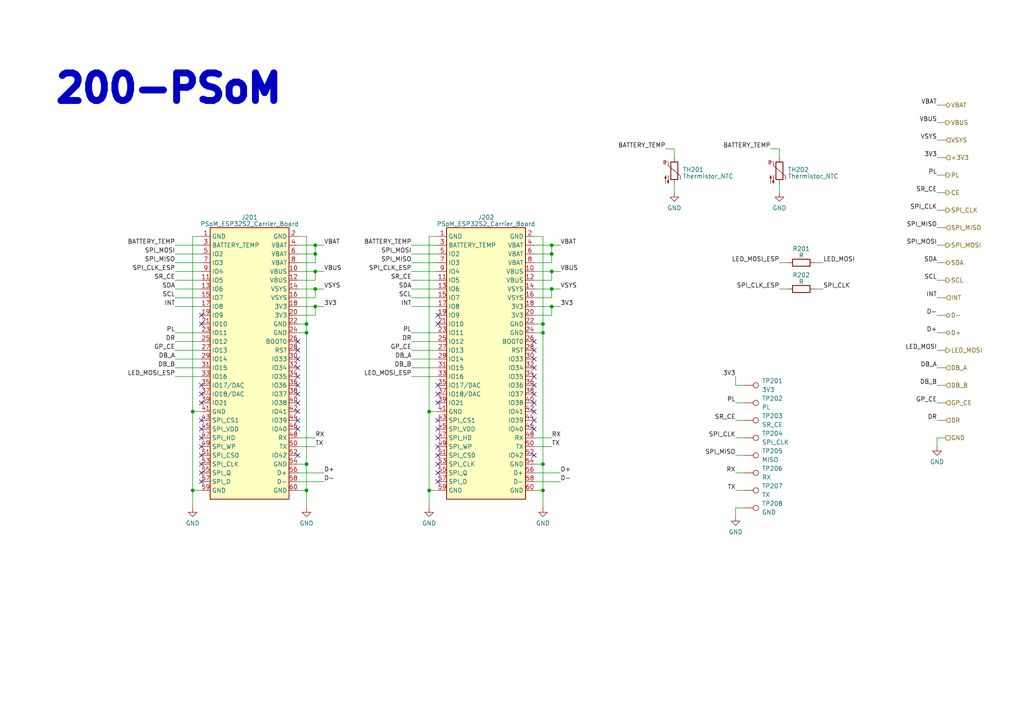
<source format=kicad_sch>
(kicad_sch (version 20231120) (generator "eeschema") (generator_version "8.0")
  (paper "A4")
  (title_block (title "PMK_Keyboard") (date "2024-02-11") (rev "HW01") (company "PumaCorp") (comment 1 "Design by: NdG"))
  (lib_symbols
    (symbol "Component_lib:NTCS0402E3473GXT" (pin_numbers hide) (pin_names (offset 0))
      (property "Reference" "TH" (at -4.445 1.27 90))
      (property "Value" "Thermistor_NTC" (at 3.175 1.27 90))
      (symbol "NTCS0402E3473GXT_0_1"
        (arc (start -3.048 3.429) (mid -3.0505 3.5865) (end -3.175 3.683))
        (arc (start -3.048 3.429) (mid -2.9736 3.2494) (end -2.794 3.175))
        (arc (start -3.048 4.064) (mid -2.9736 3.8844) (end -2.794 3.81))
        (arc (start -2.794 3.175) (mid -2.6144 3.2494) (end -2.54 3.429))
        (arc (start -2.794 3.81) (mid -2.434 3.8308) (end -2.159 4.064))
        (arc (start -2.794 4.318) (mid -2.9736 4.2436) (end -3.048 4.064))
        (arc (start -2.54 4.064) (mid -2.6144 4.2436) (end -2.794 4.318))
        (rectangle (start -1.016 3.81) (end 1.016 -1.27) (stroke (width 0.254)))
        (polyline (pts (xy -2.54 3.429) (xy -2.54 4.064)))
        (polyline (pts (xy -1.778 3.81) (xy -1.778 2.794) (xy 1.778 -0.254) (xy 1.778 -1.27)))
        (polyline (pts (xy -2.54 -2.413) (xy -2.54 -0.127) (xy -2.794 -0.889) (xy -2.286 -0.889) (xy -2.54 -0.127) (xy -2.54 -0.381)) (fill (type outline)))
        (polyline (pts (xy -1.778 -0.127) (xy -1.778 -2.413) (xy -2.032 -1.651) (xy -1.524 -1.651) (xy -1.778 -2.413) (xy -1.778 -2.159)) (fill (type outline)))
      )
      (symbol "NTCS0402E3473GXT_1_1"
        (pin passive line (at 0 5.08 270) (length 1.27) (name "~") (number "1"))
        (pin passive line (at 0 -2.54 90) (length 1.27) (name "~") (number "2"))
      )
    )
    (symbol "Component_lib:PSoM_ESP32S2_Carrier_Board"
      (property "Reference" "J" (at 5.08 7.62 0))
      (property "Value" "PSoM_ESP32S2_Carrier_Board" (at 15.24 5.08 0))
      (symbol "PSoM_ESP32S2_Carrier_Board_1_1"
        (rectangle (start 2.54 2.54) (end 25.4 -76.2) (stroke (width 0.254)) (fill (type background)))
        (pin passive line (at 0 0 0) (length 2.54) (name "GND") (number "1"))
        (pin passive line (at 27.94 -10.16 180) (length 2.54) (name "VBUS") (number "10"))
        (pin passive line (at 0 -12.7 0) (length 2.54) (name "IO5") (number "11"))
        (pin passive line (at 27.94 -12.7 180) (length 2.54) (name "VBUS") (number "12"))
        (pin passive line (at 0 -15.24 0) (length 2.54) (name "IO6") (number "13"))
        (pin passive line (at 27.94 -15.24 180) (length 2.54) (name "VSYS") (number "14"))
        (pin passive line (at 0 -17.78 0) (length 2.54) (name "IO7") (number "15"))
        (pin passive line (at 27.94 -17.78 180) (length 2.54) (name "VSYS") (number "16"))
        (pin passive line (at 0 -20.32 0) (length 2.54) (name "IO8") (number "17"))
        (pin passive line (at 27.94 -20.32 180) (length 2.54) (name "3V3") (number "18"))
        (pin passive line (at 0 -22.86 0) (length 2.54) (name "IO9") (number "19"))
        (pin passive line (at 27.94 0 180) (length 2.54) (name "GND") (number "2"))
        (pin passive line (at 27.94 -22.86 180) (length 2.54) (name "3V3") (number "20"))
        (pin passive line (at 0 -25.4 0) (length 2.54) (name "IO10") (number "21"))
        (pin passive line (at 27.94 -25.4 180) (length 2.54) (name "GND") (number "22"))
        (pin passive line (at 0 -27.94 0) (length 2.54) (name "IO11") (number "23"))
        (pin passive line (at 27.94 -27.94 180) (length 2.54) (name "GND") (number "24"))
        (pin passive line (at 0 -30.48 0) (length 2.54) (name "IO12") (number "25"))
        (pin passive line (at 27.94 -30.48 180) (length 2.54) (name "BOOT0") (number "26"))
        (pin passive line (at 0 -33.02 0) (length 2.54) (name "IO13") (number "27"))
        (pin passive line (at 27.94 -33.02 180) (length 2.54) (name "RST") (number "28"))
        (pin passive line (at 0 -35.56 0) (length 2.54) (name "IO14") (number "29"))
        (pin passive line (at 0 -2.54 0) (length 2.54) (name "BATTERY_TEMP") (number "3"))
        (pin passive line (at 27.94 -35.56 180) (length 2.54) (name "IO33") (number "30"))
        (pin passive line (at 0 -38.1 0) (length 2.54) (name "IO15") (number "31"))
        (pin passive line (at 27.94 -38.1 180) (length 2.54) (name "IO34") (number "32"))
        (pin passive line (at 0 -40.64 0) (length 2.54) (name "IO16") (number "33"))
        (pin passive line (at 27.94 -40.64 180) (length 2.54) (name "IO35") (number "34"))
        (pin passive line (at 0 -43.18 0) (length 2.54) (name "IO17/DAC") (number "35"))
        (pin passive line (at 27.94 -43.18 180) (length 2.54) (name "IO36") (number "36"))
        (pin passive line (at 0 -45.72 0) (length 2.54) (name "IO18/DAC") (number "37"))
        (pin passive line (at 27.94 -45.72 180) (length 2.54) (name "IO37") (number "38"))
        (pin passive line (at 0 -48.26 0) (length 2.54) (name "IO21") (number "39"))
        (pin passive line (at 27.94 -2.54 180) (length 2.54) (name "VBAT") (number "4"))
        (pin passive line (at 27.94 -48.26 180) (length 2.54) (name "IO38") (number "40"))
        (pin passive line (at 0 -50.8 0) (length 2.54) (name "GND") (number "41"))
        (pin passive line (at 27.94 -50.8 180) (length 2.54) (name "IO41") (number "42"))
        (pin passive line (at 0 -53.34 0) (length 2.54) (name "SPI_CS1") (number "43"))
        (pin passive line (at 27.94 -53.34 180) (length 2.54) (name "IO39") (number "44"))
        (pin passive line (at 0 -55.88 0) (length 2.54) (name "SPI_VDD") (number "45"))
        (pin passive line (at 27.94 -55.88 180) (length 2.54) (name "IO40") (number "46"))
        (pin passive line (at 0 -58.42 0) (length 2.54) (name "SPI_HD") (number "47"))
        (pin passive line (at 27.94 -58.42 180) (length 2.54) (name "RX") (number "48"))
        (pin passive line (at 0 -60.96 0) (length 2.54) (name "SPI_WP") (number "49"))
        (pin passive line (at 0 -5.08 0) (length 2.54) (name "IO2") (number "5"))
        (pin passive line (at 27.94 -60.96 180) (length 2.54) (name "TX") (number "50"))
        (pin passive line (at 0 -63.5 0) (length 2.54) (name "SPI_CS0") (number "51"))
        (pin passive line (at 27.94 -63.5 180) (length 2.54) (name "IO42") (number "52"))
        (pin passive line (at 0 -66.04 0) (length 2.54) (name "SPI_CLK") (number "53"))
        (pin passive line (at 27.94 -66.04 180) (length 2.54) (name "GND") (number "54"))
        (pin passive line (at 0 -68.58 0) (length 2.54) (name "SPI_Q") (number "55"))
        (pin passive line (at 27.94 -68.58 180) (length 2.54) (name "D+") (number "56"))
        (pin passive line (at 0 -71.12 0) (length 2.54) (name "SPI_D") (number "57"))
        (pin passive line (at 27.94 -71.12 180) (length 2.54) (name "D-") (number "58"))
        (pin passive line (at 0 -73.66 0) (length 2.54) (name "GND") (number "59"))
        (pin passive line (at 27.94 -5.08 180) (length 2.54) (name "VBAT") (number "6"))
        (pin passive line (at 27.94 -73.66 180) (length 2.54) (name "GND") (number "60"))
        (pin passive line (at 0 -7.62 0) (length 2.54) (name "IO3") (number "7"))
        (pin passive line (at 27.94 -7.62 180) (length 2.54) (name "VBAT") (number "8"))
        (pin passive line (at 0 -10.16 0) (length 2.54) (name "IO4") (number "9"))
      )
    )
    (symbol "Component_lib:R" (pin_numbers hide) (pin_names (offset 0))
      (property "Reference" "R" (at 2.032 -3.81 90))
      (property "Value" "R" (at 0 -3.81 90))
      (symbol "R_0_1"
        (rectangle (start -1.016 -6.35) (end 1.016 -1.27) (stroke (width 0.254)))
      )
      (symbol "R_1_1"
        (pin passive line (at 0 0 270) (length 1.27) (name "~") (number "1"))
        (pin passive line (at 0 -7.62 90) (length 1.27) (name "~") (number "2"))
      )
    )
    (symbol "Connector:TestPoint" (pin_numbers hide) (pin_names (offset 0.762) hide)
      (property "Reference" "TP" (at 0 6.858 0))
      (property "Value" "TestPoint" (at 0 5.08 0))
      (symbol "TestPoint_0_1"
        (circle (center 0 3.302) (radius 0.762))
      )
      (symbol "TestPoint_1_1"
        (pin passive line (at 0 0 90) (length 2.54) (name "1") (number "1"))
      )
    )
    (symbol "power:GND" (power) (pin_names (offset 0))
      (property "Value" "GND" (at 0 -3.81 0))
      (symbol "GND_0_1"
        (polyline (pts (xy 0 0) (xy 0 -1.27) (xy 1.27 -1.27) (xy 0 -2.54) (xy -1.27 -1.27) (xy 0 -1.27)))
      )
      (symbol "GND_1_1"
        (pin power_in line (at 0 0 270) (length 0) hide (name "GND") (number "1"))
      )
    )
  )
  (junction (at 88.9 142.24))
  (junction (at 160.02 73.66))
  (junction (at 88.9 134.62))
  (junction (at 160.02 71.12))
  (junction (at 91.44 78.74))
  (junction (at 160.02 88.9))
  (junction (at 88.9 93.98))
  (junction (at 91.44 71.12))
  (junction (at 160.02 78.74))
  (junction (at 124.46 119.38))
  (junction (at 55.88 119.38))
  (junction (at 91.44 83.82))
  (junction (at 124.46 142.24))
  (junction (at 88.9 96.52))
  (junction (at 157.48 134.62))
  (junction (at 157.48 93.98))
  (junction (at 157.48 96.52))
  (junction (at 160.02 83.82))
  (junction (at 91.44 88.9))
  (junction (at 55.88 142.24))
  (junction (at 91.44 73.66))
  (junction (at 157.48 142.24))
  (no_connect (at 154.94 111.76))
  (no_connect (at 127 137.16))
  (no_connect (at 154.94 119.38))
  (no_connect (at 86.36 101.6))
  (no_connect (at 58.42 132.08))
  (no_connect (at 127 134.62))
  (no_connect (at 58.42 121.92))
  (no_connect (at 154.94 114.3))
  (no_connect (at 154.94 99.06))
  (no_connect (at 127 124.46))
  (no_connect (at 86.36 106.68))
  (no_connect (at 154.94 109.22))
  (no_connect (at 58.42 127))
  (no_connect (at 127 139.7))
  (no_connect (at 58.42 139.7))
  (no_connect (at 86.36 124.46))
  (no_connect (at 58.42 134.62))
  (no_connect (at 127 121.92))
  (no_connect (at 86.36 119.38))
  (no_connect (at 127 114.3))
  (no_connect (at 154.94 101.6))
  (no_connect (at 154.94 116.84))
  (no_connect (at 86.36 116.84))
  (no_connect (at 58.42 137.16))
  (no_connect (at 58.42 129.54))
  (no_connect (at 127 132.08))
  (no_connect (at 58.42 91.44))
  (no_connect (at 86.36 109.22))
  (no_connect (at 86.36 114.3))
  (no_connect (at 127 116.84))
  (no_connect (at 58.42 116.84))
  (no_connect (at 86.36 111.76))
  (no_connect (at 154.94 121.92))
  (no_connect (at 86.36 132.08))
  (no_connect (at 58.42 124.46))
  (no_connect (at 127 127))
  (no_connect (at 127 111.76))
  (no_connect (at 154.94 124.46))
  (no_connect (at 58.42 114.3))
  (no_connect (at 154.94 132.08))
  (no_connect (at 127 91.44))
  (no_connect (at 86.36 99.06))
  (no_connect (at 58.42 93.98))
  (no_connect (at 58.42 111.76))
  (no_connect (at 86.36 104.14))
  (no_connect (at 154.94 106.68))
  (no_connect (at 127 93.98))
  (no_connect (at 86.36 121.92))
  (no_connect (at 127 129.54))
  (no_connect (at 154.94 104.14))
  (wire (pts (xy 119.38 83.82) (xy 127 83.82)))
  (wire (pts (xy 226.06 76.2) (xy 228.6 76.2)))
  (wire (pts (xy 91.44 71.12) (xy 93.98 71.12)))
  (wire (pts (xy 119.38 101.6) (xy 127 101.6)))
  (wire (pts (xy 271.78 45.72) (xy 274.32 45.72)))
  (wire (pts (xy 55.88 68.58) (xy 55.88 119.38)))
  (wire (pts (xy 50.8 99.06) (xy 58.42 99.06)))
  (wire (pts (xy 86.36 134.62) (xy 88.9 134.62)))
  (wire (pts (xy 50.8 71.12) (xy 58.42 71.12)))
  (wire (pts (xy 86.36 91.44) (xy 91.44 91.44)))
  (wire (pts (xy 193.04 43.18) (xy 195.58 43.18)))
  (wire (pts (xy 86.36 83.82) (xy 91.44 83.82)))
  (wire (pts (xy 213.36 137.16) (xy 215.9 137.16)))
  (wire (pts (xy 271.78 66.04) (xy 274.32 66.04)))
  (wire (pts (xy 91.44 73.66) (xy 91.44 71.12)))
  (wire (pts (xy 154.94 129.54) (xy 160.02 129.54)))
  (wire (pts (xy 160.02 88.9) (xy 162.56 88.9)))
  (wire (pts (xy 50.8 104.14) (xy 58.42 104.14)))
  (wire (pts (xy 91.44 78.74) (xy 93.98 78.74)))
  (wire (pts (xy 213.36 149.86) (xy 213.36 147.32)))
  (wire (pts (xy 119.38 71.12) (xy 127 71.12)))
  (wire (pts (xy 154.94 134.62) (xy 157.48 134.62)))
  (wire (pts (xy 157.48 147.32) (xy 157.48 142.24)))
  (wire (pts (xy 154.94 137.16) (xy 162.56 137.16)))
  (wire (pts (xy 154.94 73.66) (xy 160.02 73.66)))
  (wire (pts (xy 157.48 96.52) (xy 154.94 96.52)))
  (wire (pts (xy 154.94 91.44) (xy 160.02 91.44)))
  (wire (pts (xy 127 68.58) (xy 124.46 68.58)))
  (wire (pts (xy 154.94 93.98) (xy 157.48 93.98)))
  (wire (pts (xy 160.02 86.36) (xy 160.02 83.82)))
  (wire (pts (xy 119.38 96.52) (xy 127 96.52)))
  (wire (pts (xy 91.44 83.82) (xy 93.98 83.82)))
  (wire (pts (xy 271.78 106.68) (xy 274.32 106.68)))
  (wire (pts (xy 223.52 43.18) (xy 226.06 43.18)))
  (wire (pts (xy 119.38 109.22) (xy 127 109.22)))
  (wire (pts (xy 226.06 83.82) (xy 228.6 83.82)))
  (wire (pts (xy 213.36 127) (xy 215.9 127)))
  (wire (pts (xy 124.46 68.58) (xy 124.46 119.38)))
  (wire (pts (xy 213.36 121.92) (xy 215.9 121.92)))
  (wire (pts (xy 86.36 127) (xy 91.44 127)))
  (wire (pts (xy 154.94 71.12) (xy 160.02 71.12)))
  (wire (pts (xy 88.9 147.32) (xy 88.9 142.24)))
  (wire (pts (xy 157.48 68.58) (xy 157.48 93.98)))
  (wire (pts (xy 91.44 91.44) (xy 91.44 88.9)))
  (wire (pts (xy 124.46 119.38) (xy 124.46 142.24)))
  (wire (pts (xy 86.36 139.7) (xy 93.98 139.7)))
  (wire (pts (xy 213.36 147.32) (xy 215.9 147.32)))
  (wire (pts (xy 271.78 121.92) (xy 274.32 121.92)))
  (wire (pts (xy 271.78 111.76) (xy 274.32 111.76)))
  (wire (pts (xy 154.94 68.58) (xy 157.48 68.58)))
  (wire (pts (xy 271.78 35.56) (xy 274.32 35.56)))
  (wire (pts (xy 50.8 96.52) (xy 58.42 96.52)))
  (wire (pts (xy 124.46 142.24) (xy 127 142.24)))
  (wire (pts (xy 50.8 88.9) (xy 58.42 88.9)))
  (wire (pts (xy 88.9 142.24) (xy 86.36 142.24)))
  (wire (pts (xy 160.02 73.66) (xy 160.02 71.12)))
  (wire (pts (xy 271.78 81.28) (xy 274.32 81.28)))
  (wire (pts (xy 195.58 43.18) (xy 195.58 45.72)))
  (wire (pts (xy 157.48 142.24) (xy 154.94 142.24)))
  (wire (pts (xy 55.88 119.38) (xy 55.88 142.24)))
  (wire (pts (xy 271.78 129.54) (xy 271.78 127)))
  (wire (pts (xy 271.78 50.8) (xy 274.32 50.8)))
  (wire (pts (xy 119.38 99.06) (xy 127 99.06)))
  (wire (pts (xy 271.78 96.52) (xy 274.32 96.52)))
  (wire (pts (xy 236.22 83.82) (xy 238.76 83.82)))
  (wire (pts (xy 55.88 147.32) (xy 55.88 142.24)))
  (wire (pts (xy 271.78 30.48) (xy 274.32 30.48)))
  (wire (pts (xy 86.36 78.74) (xy 91.44 78.74)))
  (wire (pts (xy 226.06 43.18) (xy 226.06 45.72)))
  (wire (pts (xy 50.8 73.66) (xy 58.42 73.66)))
  (wire (pts (xy 119.38 78.74) (xy 127 78.74)))
  (wire (pts (xy 213.36 132.08) (xy 215.9 132.08)))
  (wire (pts (xy 119.38 106.68) (xy 127 106.68)))
  (wire (pts (xy 50.8 81.28) (xy 58.42 81.28)))
  (wire (pts (xy 271.78 76.2) (xy 274.32 76.2)))
  (wire (pts (xy 50.8 78.74) (xy 58.42 78.74)))
  (wire (pts (xy 88.9 93.98) (xy 88.9 96.52)))
  (wire (pts (xy 160.02 81.28) (xy 160.02 78.74)))
  (wire (pts (xy 119.38 88.9) (xy 127 88.9)))
  (wire (pts (xy 271.78 60.96) (xy 274.32 60.96)))
  (wire (pts (xy 154.94 127) (xy 160.02 127)))
  (wire (pts (xy 88.9 134.62) (xy 88.9 96.52)))
  (wire (pts (xy 88.9 68.58) (xy 88.9 93.98)))
  (wire (pts (xy 91.44 86.36) (xy 91.44 83.82)))
  (wire (pts (xy 271.78 86.36) (xy 274.32 86.36)))
  (wire (pts (xy 160.02 71.12) (xy 162.56 71.12)))
  (wire (pts (xy 160.02 83.82) (xy 162.56 83.82)))
  (wire (pts (xy 213.36 111.76) (xy 215.9 111.76)))
  (wire (pts (xy 271.78 116.84) (xy 274.32 116.84)))
  (wire (pts (xy 50.8 83.82) (xy 58.42 83.82)))
  (wire (pts (xy 88.9 96.52) (xy 86.36 96.52)))
  (wire (pts (xy 86.36 129.54) (xy 91.44 129.54)))
  (wire (pts (xy 157.48 134.62) (xy 157.48 142.24)))
  (wire (pts (xy 160.02 91.44) (xy 160.02 88.9)))
  (wire (pts (xy 213.36 142.24) (xy 215.9 142.24)))
  (wire (pts (xy 50.8 101.6) (xy 58.42 101.6)))
  (wire (pts (xy 119.38 73.66) (xy 127 73.66)))
  (wire (pts (xy 50.8 76.2) (xy 58.42 76.2)))
  (wire (pts (xy 86.36 68.58) (xy 88.9 68.58)))
  (wire (pts (xy 58.42 68.58) (xy 55.88 68.58)))
  (wire (pts (xy 86.36 73.66) (xy 91.44 73.66)))
  (wire (pts (xy 86.36 93.98) (xy 88.9 93.98)))
  (wire (pts (xy 160.02 78.74) (xy 162.56 78.74)))
  (wire (pts (xy 271.78 127) (xy 274.32 127)))
  (wire (pts (xy 88.9 134.62) (xy 88.9 142.24)))
  (wire (pts (xy 271.78 101.6) (xy 274.32 101.6)))
  (wire (pts (xy 157.48 134.62) (xy 157.48 96.52)))
  (wire (pts (xy 154.94 81.28) (xy 160.02 81.28)))
  (wire (pts (xy 86.36 88.9) (xy 91.44 88.9)))
  (wire (pts (xy 124.46 147.32) (xy 124.46 142.24)))
  (wire (pts (xy 271.78 40.64) (xy 274.32 40.64)))
  (wire (pts (xy 154.94 78.74) (xy 160.02 78.74)))
  (wire (pts (xy 86.36 137.16) (xy 93.98 137.16)))
  (wire (pts (xy 55.88 142.24) (xy 58.42 142.24)))
  (wire (pts (xy 91.44 81.28) (xy 91.44 78.74)))
  (wire (pts (xy 86.36 81.28) (xy 91.44 81.28)))
  (wire (pts (xy 119.38 81.28) (xy 127 81.28)))
  (wire (pts (xy 50.8 106.68) (xy 58.42 106.68)))
  (wire (pts (xy 236.22 76.2) (xy 238.76 76.2)))
  (wire (pts (xy 271.78 71.12) (xy 274.32 71.12)))
  (wire (pts (xy 154.94 139.7) (xy 162.56 139.7)))
  (wire (pts (xy 154.94 86.36) (xy 160.02 86.36)))
  (wire (pts (xy 119.38 86.36) (xy 127 86.36)))
  (wire (pts (xy 119.38 76.2) (xy 127 76.2)))
  (wire (pts (xy 86.36 86.36) (xy 91.44 86.36)))
  (wire (pts (xy 50.8 86.36) (xy 58.42 86.36)))
  (wire (pts (xy 50.8 109.22) (xy 58.42 109.22)))
  (wire (pts (xy 86.36 71.12) (xy 91.44 71.12)))
  (wire (pts (xy 91.44 76.2) (xy 86.36 76.2)))
  (wire (pts (xy 226.06 53.34) (xy 226.06 55.88)))
  (wire (pts (xy 195.58 53.34) (xy 195.58 55.88)))
  (wire (pts (xy 154.94 88.9) (xy 160.02 88.9)))
  (wire (pts (xy 119.38 104.14) (xy 127 104.14)))
  (wire (pts (xy 213.36 109.22) (xy 213.36 111.76)))
  (wire (pts (xy 271.78 91.44) (xy 274.32 91.44)))
  (wire (pts (xy 213.36 116.84) (xy 215.9 116.84)))
  (wire (pts (xy 160.02 76.2) (xy 154.94 76.2)))
  (wire (pts (xy 127 119.38) (xy 124.46 119.38)))
  (wire (pts (xy 154.94 83.82) (xy 160.02 83.82)))
  (wire (pts (xy 91.44 88.9) (xy 93.98 88.9)))
  (wire (pts (xy 91.44 73.66) (xy 91.44 76.2)))
  (wire (pts (xy 160.02 73.66) (xy 160.02 76.2)))
  (wire (pts (xy 271.78 55.88) (xy 274.32 55.88)))
  (wire (pts (xy 157.48 93.98) (xy 157.48 96.52)))
  (wire (pts (xy 58.42 119.38) (xy 55.88 119.38)))
  (text "200-PSoM\n" (at 15.24 30.48 0) (effects (font (size 8 8) (thickness 3) (bold yes)) (justify left bottom)))
  (label "SCL" (at 50.8 86.36 180))
  (label "TX" (at 91.44 129.54 0))
  (label "VBUS" (at 271.78 35.56 180))
  (label "GP_CE" (at 119.38 101.6 180))
  (label "VBAT" (at 162.56 71.12 0))
  (label "LED_MOSI_ESP" (at 119.38 109.22 180))
  (label "PL" (at 271.78 50.8 180))
  (label "PL" (at 119.38 96.52 180))
  (label "BATTERY_TEMP" (at 193.04 43.18 180))
  (label "VSYS" (at 162.56 83.82 0))
  (label "BATTERY_TEMP" (at 50.8 71.12 180))
  (label "3V3" (at 93.98 88.9 0))
  (label "SPI_CLK" (at 213.36 127 180))
  (label "GP_CE" (at 50.8 101.6 180))
  (label "VSYS" (at 93.98 83.82 0))
  (label "DB_A" (at 271.78 106.68 180))
  (label "SDA" (at 271.78 76.2 180))
  (label "SPI_CLK_ESP" (at 226.06 83.82 180))
  (label "SDA" (at 50.8 83.82 180))
  (label "SCL" (at 119.38 86.36 180))
  (label "TX" (at 213.36 142.24 180))
  (label "DB_B" (at 119.38 106.68 180))
  (label "3V3" (at 213.36 109.22 180))
  (label "D+" (at 271.78 96.52 180))
  (label "VBAT" (at 271.78 30.48 180))
  (label "SCL" (at 271.78 81.28 180))
  (label "BATTERY_TEMP" (at 119.38 71.12 180))
  (label "SDA" (at 119.38 83.82 180))
  (label "SPI_MISO" (at 119.38 76.2 180))
  (label "SPI_MISO" (at 213.36 132.08 180))
  (label "SPI_CLK" (at 238.76 83.82 0))
  (label "INT" (at 50.8 88.9 180))
  (label "DB_B" (at 271.78 111.76 180))
  (label "RX" (at 91.44 127 0))
  (label "VBAT" (at 93.98 71.12 0))
  (label "VBUS" (at 93.98 78.74 0))
  (label "SPI_CLK_ESP" (at 119.38 78.74 180))
  (label "RX" (at 213.36 137.16 180))
  (label "PL" (at 213.36 116.84 180))
  (label "SPI_MISO" (at 50.8 76.2 180))
  (label "D-" (at 162.56 139.7 0))
  (label "3V3" (at 271.78 45.72 180))
  (label "VBUS" (at 162.56 78.74 0))
  (label "VSYS" (at 271.78 40.64 180))
  (label "INT" (at 271.78 86.36 180))
  (label "D+" (at 162.56 137.16 0))
  (label "DB_B" (at 50.8 106.68 180))
  (label "SPI_MOSI" (at 271.78 71.12 180))
  (label "TX" (at 160.02 129.54 0))
  (label "D-" (at 271.78 91.44 180))
  (label "LED_MOSI" (at 271.78 101.6 180))
  (label "DR" (at 50.8 99.06 180))
  (label "D+" (at 93.98 137.16 0))
  (label "SR_CE" (at 213.36 121.92 180))
  (label "DB_A" (at 50.8 104.14 180))
  (label "DR" (at 119.38 99.06 180))
  (label "SPI_MOSI" (at 119.38 73.66 180))
  (label "D-" (at 93.98 139.7 0))
  (label "GP_CE" (at 271.78 116.84 180))
  (label "RX" (at 160.02 127 0))
  (label "SPI_MISO" (at 271.78 66.04 180))
  (label "SR_CE" (at 271.78 55.88 180))
  (label "PL" (at 50.8 96.52 180))
  (label "INT" (at 119.38 88.9 180))
  (label "BATTERY_TEMP" (at 223.52 43.18 180))
  (label "3V3" (at 162.56 88.9 0))
  (label "LED_MOSI_ESP" (at 50.8 109.22 180))
  (label "DB_A" (at 119.38 104.14 180))
  (label "LED_MOSI" (at 238.76 76.2 0))
  (label "DR" (at 271.78 121.92 180))
  (label "LED_MOSI_ESP" (at 226.06 76.2 180))
  (label "SPI_MOSI" (at 50.8 73.66 180))
  (label "SR_CE" (at 50.8 81.28 180))
  (label "SR_CE" (at 119.38 81.28 180))
  (label "SPI_CLK" (at 271.78 60.96 180))
  (label "SPI_CLK_ESP" (at 50.8 78.74 180))
  (hierarchical_label "VBAT" (shape bidirectional) (at 274.32 30.48 0))
  (hierarchical_label "DB_B" (shape input) (at 274.32 111.76 0))
  (hierarchical_label "INT" (shape input) (at 274.32 86.36 0))
  (hierarchical_label "LED_MOSI" (shape output) (at 274.32 101.6 0))
  (hierarchical_label "D+" (shape bidirectional) (at 274.32 96.52 0))
  (hierarchical_label "PL" (shape output) (at 274.32 50.8 0))
  (hierarchical_label "DR" (shape input) (at 274.32 121.92 0))
  (hierarchical_label "CE" (shape output) (at 274.32 55.88 0))
  (hierarchical_label "GND" (shape passive) (at 274.32 127 0))
  (hierarchical_label "SPI_CLK" (shape output) (at 274.32 60.96 0))
  (hierarchical_label "SPI_MISO" (shape input) (at 274.32 66.04 0))
  (hierarchical_label "SDA" (shape bidirectional) (at 274.32 76.2 0))
  (hierarchical_label "DB_A" (shape input) (at 274.32 106.68 0))
  (hierarchical_label "+3V3" (shape input) (at 274.32 45.72 0))
  (hierarchical_label "GP_CE" (shape input) (at 274.32 116.84 0))
  (hierarchical_label "VBUS" (shape output) (at 274.32 35.56 0))
  (hierarchical_label "SPI_MOSI" (shape output) (at 274.32 71.12 0))
  (hierarchical_label "D-" (shape bidirectional) (at 274.32 91.44 0))
  (hierarchical_label "VSYS" (shape input) (at 274.32 40.64 0))
  (hierarchical_label "SCL" (shape output) (at 274.32 81.28 0))
  (symbol (lib_id "Connector:TestPoint") (at 215.9 116.84 270) (unit 1)
    (property "Reference" "TP202" (at 220.98 115.5699 90) (effects (justify left)))
    (property "Value" "PL" (at 220.98 118.1099 90) (effects (justify left)))
    (property "Footprint" "TestPoint:TestPoint_Pad_D1.5mm" (effects (hide yes)))
  )
  (symbol (lib_id "Connector:TestPoint") (at 215.9 147.32 270) (unit 1)
    (property "Reference" "TP208" (at 220.98 146.0499 90) (effects (justify left)))
    (property "Value" "GND" (at 220.98 148.5899 90) (effects (justify left)))
    (property "Footprint" "TestPoint:TestPoint_Pad_D1.5mm" (effects (hide yes)))
  )
  (symbol (lib_id "power:GND") (at 213.36 149.86 0) (unit 1)
    (property "Reference" "#PWR0204" (effects (hide yes)))
    (property "Value" "GND" (at 213.36 154.3034 0))
  )
  (symbol (lib_id "power:GND") (at 55.88 147.32 0) (unit 1)
    (property "Reference" "#PWR0205" (effects (hide yes)))
    (property "Value" "GND" (at 55.88 151.7634 0))
  )
  (symbol (lib_id "Connector:TestPoint") (at 215.9 111.76 270) (unit 1)
    (property "Reference" "TP201" (at 220.98 110.4899 90) (effects (justify left)))
    (property "Value" "3V3" (at 220.98 113.0299 90) (effects (justify left)))
    (property "Footprint" "TestPoint:TestPoint_Pad_D1.5mm" (effects (hide yes)))
  )
  (symbol (lib_id "power:GND") (at 124.46 147.32 0) (unit 1)
    (property "Reference" "#PWR0207" (effects (hide yes)))
    (property "Value" "GND" (at 124.46 151.7634 0))
  )
  (symbol (lib_id "Component_lib:R") (at 228.6 83.82 90) (unit 1)
    (property "Reference" "R202" (at 232.41 79.7941 90))
    (property "Value" "R" (at 232.41 81.7151 90))
    (property "Footprint" "Resistor_SMD:R_0402_1005Metric" (effects (hide yes)))
  )
  (symbol (lib_id "Connector:TestPoint") (at 215.9 132.08 270) (unit 1)
    (property "Reference" "TP205" (at 220.98 130.8099 90) (effects (justify left)))
    (property "Value" "MISO" (at 220.98 133.3499 90) (effects (justify left)))
    (property "Footprint" "TestPoint:TestPoint_Pad_D1.5mm" (effects (hide yes)))
  )
  (symbol (lib_id "Component_lib:PSoM_ESP32S2_Carrier_Board") (at 58.42 68.58 0) (unit 1)
    (property "Reference" "J201" (at 72.39 63.0301 0))
    (property "Value" "PSoM_ESP32S2_Carrier_Board" (at 72.39 64.9511 0))
    (property "Footprint" "Component_lib:PSoM_ESP32S2_00" (effects (hide yes)))
    (property "Datasheet" "https://www.mouser.ch/ProductDetail/Hirose-Connector/DF40C-60DS-04V51?qs=eDUdFcBPps0%252B%252BrqDQtiLyw%3D%3D" (effects (hide yes)))
  )
  (symbol (lib_id "power:GND") (at 226.06 55.88 0) (unit 1)
    (property "Reference" "#PWR0202" (effects (hide yes)))
    (property "Value" "GND" (at 226.06 60.3234 0))
  )
  (symbol (lib_id "Connector:TestPoint") (at 215.9 127 270) (unit 1)
    (property "Reference" "TP204" (at 220.98 125.7299 90) (effects (justify left)))
    (property "Value" "SPI_CLK" (at 220.98 128.2699 90) (effects (justify left)))
    (property "Footprint" "TestPoint:TestPoint_Pad_D1.5mm" (effects (hide yes)))
  )
  (symbol (lib_id "Component_lib:PSoM_ESP32S2_Carrier_Board") (at 127 68.58 0) (unit 1)
    (property "Reference" "J202" (at 140.97 63.0301 0))
    (property "Value" "PSoM_ESP32S2_Carrier_Board" (at 140.97 64.9511 0))
    (property "Footprint" "Component_lib:PSoM_ESP32S2_00" (effects (hide yes)))
    (property "Datasheet" "https://www.mouser.ch/ProductDetail/Hirose-Connector/DF40C-60DS-04V51?qs=eDUdFcBPps0%252B%252BrqDQtiLyw%3D%3D" (effects (hide yes)))
  )
  (symbol (lib_id "power:GND") (at 88.9 147.32 0) (unit 1)
    (property "Reference" "#PWR0206" (effects (hide yes)))
    (property "Value" "GND" (at 88.9 151.7634 0))
  )
  (symbol (lib_id "power:GND") (at 271.78 129.54 0) (unit 1)
    (property "Reference" "#PWR0203" (effects (hide yes)))
    (property "Value" "GND" (at 271.78 133.9834 0))
  )
  (symbol (lib_id "Connector:TestPoint") (at 215.9 121.92 270) (unit 1)
    (property "Reference" "TP203" (at 220.98 120.6499 90) (effects (justify left)))
    (property "Value" "SR_CE" (at 220.98 123.1899 90) (effects (justify left)))
    (property "Footprint" "TestPoint:TestPoint_Pad_D1.5mm" (effects (hide yes)))
  )
  (symbol (lib_id "Component_lib:NTCS0402E3473GXT") (at 195.58 50.8 0) (unit 1)
    (property "Reference" "TH201" (at 197.993 49.2038 0) (effects (justify left)))
    (property "Value" "Thermistor_NTC" (at 197.993 51.1248 0) (effects (justify left)))
    (property "Footprint" "Resistor_SMD:R_0402_1005Metric" (effects (hide yes)))
    (property "Datasheet" "https://www.mouser.ch/ProductDetail/Vishay-BC-Components/NTCS0402E3473GXT?qs=8wHch9UpSva8flR6dht9RA%3D%3D" (effects (hide yes)))
  )
  (symbol (lib_id "Connector:TestPoint") (at 215.9 142.24 270) (unit 1)
    (property "Reference" "TP207" (at 220.98 140.9699 90) (effects (justify left)))
    (property "Value" "TX" (at 220.98 143.5099 90) (effects (justify left)))
    (property "Footprint" "TestPoint:TestPoint_Pad_D1.5mm" (effects (hide yes)))
  )
  (symbol (lib_id "Component_lib:NTCS0402E3473GXT") (at 226.06 50.8 0) (unit 1)
    (property "Reference" "TH202" (at 228.473 49.2038 0) (effects (justify left)))
    (property "Value" "Thermistor_NTC" (at 228.473 51.1248 0) (effects (justify left)))
    (property "Footprint" "Resistor_SMD:R_0402_1005Metric" (effects (hide yes)))
    (property "Datasheet" "https://www.mouser.ch/ProductDetail/Vishay-BC-Components/NTCS0402E3473GXT?qs=8wHch9UpSva8flR6dht9RA%3D%3D" (effects (hide yes)))
  )
  (symbol (lib_id "power:GND") (at 195.58 55.88 0) (unit 1)
    (property "Reference" "#PWR0201" (effects (hide yes)))
    (property "Value" "GND" (at 195.58 60.3234 0))
  )
  (symbol (lib_id "power:GND") (at 157.48 147.32 0) (unit 1)
    (property "Reference" "#PWR0208" (effects (hide yes)))
    (property "Value" "GND" (at 157.48 151.7634 0))
  )
  (symbol (lib_id "Component_lib:R") (at 228.6 76.2 90) (unit 1)
    (property "Reference" "R201" (at 232.41 72.1741 90))
    (property "Value" "R" (at 232.41 74.0951 90))
    (property "Footprint" "Resistor_SMD:R_0402_1005Metric" (effects (hide yes)))
  )
  (symbol (lib_id "Connector:TestPoint") (at 215.9 137.16 270) (unit 1)
    (property "Reference" "TP206" (at 220.98 135.8899 90) (effects (justify left)))
    (property "Value" "RX" (at 220.98 138.4299 90) (effects (justify left)))
    (property "Footprint" "TestPoint:TestPoint_Pad_D1.5mm" (effects (hide yes)))
  )
)
</source>
